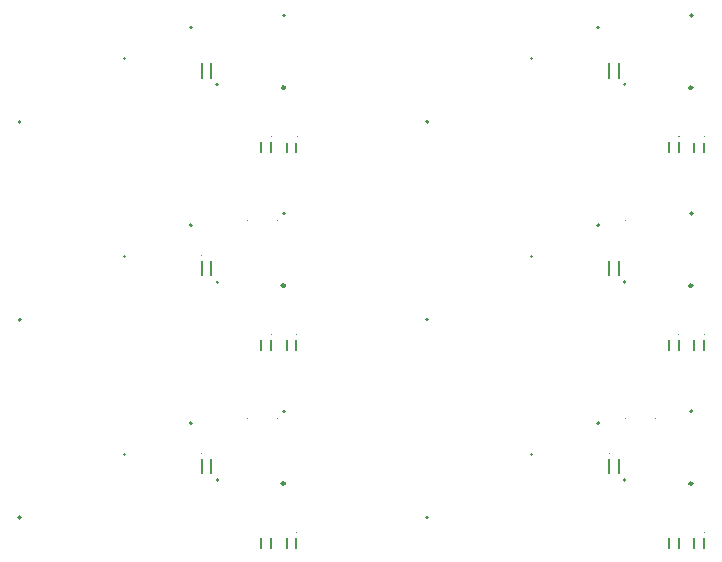
<source format=gbr>
%TF.GenerationSoftware,KiCad,Pcbnew,7.0.8-7.0.8~ubuntu22.04.1*%
%TF.CreationDate,2023-10-22T17:04:20-05:00*%
%TF.ProjectId,BT_PANELIZED,42545f50-414e-4454-9c49-5a45442e6b69,000*%
%TF.SameCoordinates,Original*%
%TF.FileFunction,Legend,Top*%
%TF.FilePolarity,Positive*%
%FSLAX46Y46*%
G04 Gerber Fmt 4.6, Leading zero omitted, Abs format (unit mm)*
G04 Created by KiCad (PCBNEW 7.0.8-7.0.8~ubuntu22.04.1) date 2023-10-22 17:04:20*
%MOMM*%
%LPD*%
G01*
G04 APERTURE LIST*
%ADD10C,0.200000*%
%ADD11C,0.127000*%
%ADD12C,0.120000*%
%ADD13C,0.152400*%
%ADD14C,0.250000*%
G04 APERTURE END LIST*
D10*
%TO.C,U1*%
X120620000Y-40515000D02*
G75*
G03*
X120620000Y-40515000I-100000J0D01*
G01*
%TO.C,U4*%
X140630000Y-65250000D02*
G75*
G03*
X140630000Y-65250000I-100000J0D01*
G01*
D11*
%TO.C,D3*%
X161825000Y-83737000D02*
X161825000Y-84557000D01*
X161005000Y-83737000D02*
X161005000Y-84557000D01*
D12*
X161881569Y-83227000D02*
G75*
G03*
X161881569Y-83227000I-56569J0D01*
G01*
D13*
%TO.C,CR1*%
X122836200Y-45320000D02*
G75*
G03*
X122836200Y-45320000I-76200J0D01*
G01*
D10*
%TO.C,J2*%
X163015000Y-73005000D02*
G75*
G03*
X163015000Y-73005000I-100000J0D01*
G01*
D11*
%TO.C,D2*%
X163975000Y-67000000D02*
X163975000Y-67820000D01*
X163155000Y-67000000D02*
X163155000Y-67820000D01*
D12*
X164031569Y-66490000D02*
G75*
G03*
X164031569Y-66490000I-56569J0D01*
G01*
%TO.C,U6*%
X159843137Y-73630000D02*
G75*
G03*
X159843137Y-73630000I-56569J0D01*
G01*
D10*
%TO.C,J2*%
X163015000Y-56255000D02*
G75*
G03*
X163015000Y-56255000I-100000J0D01*
G01*
D12*
%TO.C,U5*%
X122823137Y-40130000D02*
G75*
G03*
X122823137Y-40130000I-56569J0D01*
G01*
X157323137Y-73630000D02*
G75*
G03*
X157323137Y-73630000I-56569J0D01*
G01*
D10*
%TO.C,U4*%
X106130000Y-82000000D02*
G75*
G03*
X106130000Y-82000000I-100000J0D01*
G01*
D11*
%TO.C,D3*%
X127325000Y-50237000D02*
X127325000Y-51057000D01*
X126505000Y-50237000D02*
X126505000Y-51057000D01*
D12*
X127381569Y-49727000D02*
G75*
G03*
X127381569Y-49727000I-56569J0D01*
G01*
D14*
%TO.C,U3*%
X114840000Y-43100000D02*
G75*
G03*
X114840000Y-43100000I0J0D01*
G01*
D12*
%TO.C,U6*%
X125343137Y-56880000D02*
G75*
G03*
X125343137Y-56880000I-56569J0D01*
G01*
D10*
%TO.C,D1*%
X155940000Y-78260000D02*
X155940000Y-77060000D01*
X156740000Y-78260000D02*
X156740000Y-77060000D01*
D12*
X155950828Y-76590000D02*
G75*
G03*
X155950828Y-76590000I-60828J0D01*
G01*
D11*
%TO.C,D2*%
X129475000Y-83750000D02*
X129475000Y-84570000D01*
X128655000Y-83750000D02*
X128655000Y-84570000D01*
D12*
X129531569Y-83240000D02*
G75*
G03*
X129531569Y-83240000I-56569J0D01*
G01*
D10*
%TO.C,D1*%
X121440000Y-78260000D02*
X121440000Y-77060000D01*
X122240000Y-78260000D02*
X122240000Y-77060000D01*
D12*
X121450828Y-76590000D02*
G75*
G03*
X121450828Y-76590000I-60828J0D01*
G01*
%TO.C,U7*%
X127863137Y-56880000D02*
G75*
G03*
X127863137Y-56880000I-56569J0D01*
G01*
D11*
%TO.C,D3*%
X127325000Y-66987000D02*
X127325000Y-67807000D01*
X126505000Y-66987000D02*
X126505000Y-67807000D01*
D12*
X127381569Y-66477000D02*
G75*
G03*
X127381569Y-66477000I-56569J0D01*
G01*
D14*
%TO.C,U3*%
X149340000Y-43100000D02*
G75*
G03*
X149340000Y-43100000I0J0D01*
G01*
D11*
%TO.C,D3*%
X161825000Y-66987000D02*
X161825000Y-67807000D01*
X161005000Y-66987000D02*
X161005000Y-67807000D01*
D12*
X161881569Y-66477000D02*
G75*
G03*
X161881569Y-66477000I-56569J0D01*
G01*
D11*
X161825000Y-50237000D02*
X161825000Y-51057000D01*
X161005000Y-50237000D02*
X161005000Y-51057000D01*
D12*
X161881569Y-49727000D02*
G75*
G03*
X161881569Y-49727000I-56569J0D01*
G01*
%TO.C,U5*%
X122823137Y-56880000D02*
G75*
G03*
X122823137Y-56880000I-56569J0D01*
G01*
D10*
%TO.C,D1*%
X155940000Y-44760000D02*
X155940000Y-43560000D01*
X156740000Y-44760000D02*
X156740000Y-43560000D01*
D12*
X155950828Y-43090000D02*
G75*
G03*
X155950828Y-43090000I-60828J0D01*
G01*
D10*
%TO.C,J2*%
X128515000Y-73005000D02*
G75*
G03*
X128515000Y-73005000I-100000J0D01*
G01*
D14*
%TO.C,U2*%
X128485000Y-79110000D02*
G75*
G03*
X128485000Y-79110000I-125000J0D01*
G01*
D12*
%TO.C,U6*%
X159843137Y-56880000D02*
G75*
G03*
X159843137Y-56880000I-56569J0D01*
G01*
D13*
%TO.C,CR1*%
X157336200Y-78820000D02*
G75*
G03*
X157336200Y-78820000I-76200J0D01*
G01*
D11*
%TO.C,D2*%
X129475000Y-67000000D02*
X129475000Y-67820000D01*
X128655000Y-67000000D02*
X128655000Y-67820000D01*
D12*
X129531569Y-66490000D02*
G75*
G03*
X129531569Y-66490000I-56569J0D01*
G01*
%TO.C,U5*%
X157323137Y-56880000D02*
G75*
G03*
X157323137Y-56880000I-56569J0D01*
G01*
D10*
%TO.C,U4*%
X140630000Y-82000000D02*
G75*
G03*
X140630000Y-82000000I-100000J0D01*
G01*
%TO.C,U1*%
X155120000Y-40515000D02*
G75*
G03*
X155120000Y-40515000I-100000J0D01*
G01*
X155120000Y-57265000D02*
G75*
G03*
X155120000Y-57265000I-100000J0D01*
G01*
%TO.C,D1*%
X121440000Y-44760000D02*
X121440000Y-43560000D01*
X122240000Y-44760000D02*
X122240000Y-43560000D01*
D12*
X121450828Y-43090000D02*
G75*
G03*
X121450828Y-43090000I-60828J0D01*
G01*
%TO.C,U7*%
X162363137Y-56880000D02*
G75*
G03*
X162363137Y-56880000I-56569J0D01*
G01*
D14*
%TO.C,U2*%
X162985000Y-45610000D02*
G75*
G03*
X162985000Y-45610000I-125000J0D01*
G01*
%TO.C,U3*%
X114840000Y-76600000D02*
G75*
G03*
X114840000Y-76600000I0J0D01*
G01*
D12*
%TO.C,U6*%
X125343137Y-40130000D02*
G75*
G03*
X125343137Y-40130000I-56569J0D01*
G01*
X159843137Y-40130000D02*
G75*
G03*
X159843137Y-40130000I-56569J0D01*
G01*
D14*
%TO.C,U2*%
X128485000Y-45610000D02*
G75*
G03*
X128485000Y-45610000I-125000J0D01*
G01*
X162985000Y-79110000D02*
G75*
G03*
X162985000Y-79110000I-125000J0D01*
G01*
D10*
%TO.C,U4*%
X106130000Y-48500000D02*
G75*
G03*
X106130000Y-48500000I-100000J0D01*
G01*
%TO.C,U1*%
X120620000Y-74015000D02*
G75*
G03*
X120620000Y-74015000I-100000J0D01*
G01*
%TO.C,J2*%
X163015000Y-39505000D02*
G75*
G03*
X163015000Y-39505000I-100000J0D01*
G01*
D13*
%TO.C,CR1*%
X157336200Y-62070000D02*
G75*
G03*
X157336200Y-62070000I-76200J0D01*
G01*
D10*
%TO.C,U1*%
X120620000Y-57265000D02*
G75*
G03*
X120620000Y-57265000I-100000J0D01*
G01*
%TO.C,J2*%
X128515000Y-56255000D02*
G75*
G03*
X128515000Y-56255000I-100000J0D01*
G01*
D14*
%TO.C,U3*%
X114840000Y-59850000D02*
G75*
G03*
X114840000Y-59850000I0J0D01*
G01*
X149340000Y-59850000D02*
G75*
G03*
X149340000Y-59850000I0J0D01*
G01*
D10*
%TO.C,U4*%
X140630000Y-48500000D02*
G75*
G03*
X140630000Y-48500000I-100000J0D01*
G01*
D11*
%TO.C,D3*%
X127325000Y-83737000D02*
X127325000Y-84557000D01*
X126505000Y-83737000D02*
X126505000Y-84557000D01*
D12*
X127381569Y-83227000D02*
G75*
G03*
X127381569Y-83227000I-56569J0D01*
G01*
D11*
%TO.C,D2*%
X129475000Y-50250000D02*
X129475000Y-51070000D01*
X128655000Y-50250000D02*
X128655000Y-51070000D01*
D12*
X129531569Y-49740000D02*
G75*
G03*
X129531569Y-49740000I-56569J0D01*
G01*
D13*
%TO.C,CR1*%
X122836200Y-78820000D02*
G75*
G03*
X122836200Y-78820000I-76200J0D01*
G01*
D11*
%TO.C,D2*%
X163975000Y-50250000D02*
X163975000Y-51070000D01*
X163155000Y-50250000D02*
X163155000Y-51070000D01*
D12*
X164031569Y-49740000D02*
G75*
G03*
X164031569Y-49740000I-56569J0D01*
G01*
%TO.C,U7*%
X127863137Y-40130000D02*
G75*
G03*
X127863137Y-40130000I-56569J0D01*
G01*
X162363137Y-40130000D02*
G75*
G03*
X162363137Y-40130000I-56569J0D01*
G01*
D10*
%TO.C,U1*%
X155120000Y-74015000D02*
G75*
G03*
X155120000Y-74015000I-100000J0D01*
G01*
D13*
%TO.C,CR1*%
X122836200Y-62070000D02*
G75*
G03*
X122836200Y-62070000I-76200J0D01*
G01*
D11*
%TO.C,D2*%
X163975000Y-83750000D02*
X163975000Y-84570000D01*
X163155000Y-83750000D02*
X163155000Y-84570000D01*
D12*
X164031569Y-83240000D02*
G75*
G03*
X164031569Y-83240000I-56569J0D01*
G01*
D10*
%TO.C,U4*%
X106130000Y-65250000D02*
G75*
G03*
X106130000Y-65250000I-100000J0D01*
G01*
%TO.C,D1*%
X121440000Y-61510000D02*
X121440000Y-60310000D01*
X122240000Y-61510000D02*
X122240000Y-60310000D01*
D12*
X121450828Y-59840000D02*
G75*
G03*
X121450828Y-59840000I-60828J0D01*
G01*
%TO.C,U6*%
X125343137Y-73630000D02*
G75*
G03*
X125343137Y-73630000I-56569J0D01*
G01*
%TO.C,U5*%
X122823137Y-73630000D02*
G75*
G03*
X122823137Y-73630000I-56569J0D01*
G01*
X157323137Y-40130000D02*
G75*
G03*
X157323137Y-40130000I-56569J0D01*
G01*
D10*
%TO.C,D1*%
X155940000Y-61510000D02*
X155940000Y-60310000D01*
X156740000Y-61510000D02*
X156740000Y-60310000D01*
D12*
X155950828Y-59840000D02*
G75*
G03*
X155950828Y-59840000I-60828J0D01*
G01*
D14*
%TO.C,U2*%
X162985000Y-62360000D02*
G75*
G03*
X162985000Y-62360000I-125000J0D01*
G01*
D10*
%TO.C,J2*%
X128515000Y-39505000D02*
G75*
G03*
X128515000Y-39505000I-100000J0D01*
G01*
D14*
%TO.C,U2*%
X128485000Y-62360000D02*
G75*
G03*
X128485000Y-62360000I-125000J0D01*
G01*
D12*
%TO.C,U7*%
X162363137Y-73630000D02*
G75*
G03*
X162363137Y-73630000I-56569J0D01*
G01*
D13*
%TO.C,CR1*%
X157336200Y-45320000D02*
G75*
G03*
X157336200Y-45320000I-76200J0D01*
G01*
D12*
%TO.C,U7*%
X127863137Y-73630000D02*
G75*
G03*
X127863137Y-73630000I-56569J0D01*
G01*
D14*
%TO.C,U3*%
X149340000Y-76600000D02*
G75*
G03*
X149340000Y-76600000I0J0D01*
G01*
%TD*%
M02*

</source>
